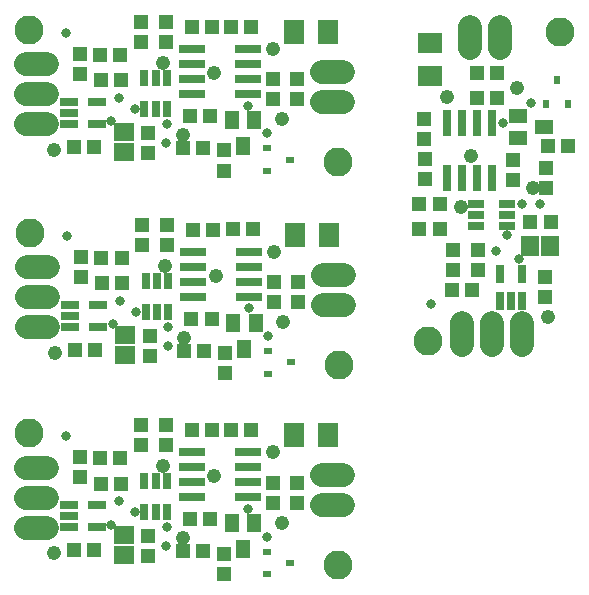
<source format=gts>
G75*
G70*
%OFA0B0*%
%FSLAX24Y24*%
%IPPOS*%
%LPD*%
%AMOC8*
5,1,8,0,0,1.08239X$1,22.5*
%
%ADD10C,0.0970*%
%ADD11R,0.0600X0.0300*%
%ADD12C,0.0789*%
%ADD13R,0.0671X0.0592*%
%ADD14R,0.0710X0.0790*%
%ADD15R,0.0285X0.0220*%
%ADD16R,0.0285X0.0225*%
%ADD17R,0.0300X0.0580*%
%ADD18R,0.0474X0.0513*%
%ADD19R,0.0513X0.0474*%
%ADD20C,0.0330*%
%ADD21R,0.0474X0.0631*%
%ADD22R,0.0860X0.0300*%
%ADD23R,0.0300X0.0600*%
%ADD24R,0.0592X0.0671*%
%ADD25R,0.0790X0.0710*%
%ADD26R,0.0220X0.0285*%
%ADD27R,0.0225X0.0285*%
%ADD28R,0.0580X0.0300*%
%ADD29R,0.0631X0.0474*%
%ADD30R,0.0300X0.0860*%
%ADD31C,0.0476*%
D10*
X009050Y014448D03*
X009090Y021128D03*
X009050Y027888D03*
X019360Y023488D03*
X022340Y017508D03*
X019400Y016728D03*
X019360Y010048D03*
X026740Y027818D03*
D11*
X011310Y025488D03*
X011310Y024748D03*
X010390Y024748D03*
X010390Y025118D03*
X010390Y025488D03*
X010430Y018728D03*
X010430Y018358D03*
X010430Y017988D03*
X011350Y017988D03*
X011350Y018728D03*
X011310Y012048D03*
X011310Y011308D03*
X010390Y011308D03*
X010390Y011678D03*
X010390Y012048D03*
D12*
X009654Y012298D02*
X008946Y012298D01*
X008946Y013298D02*
X009654Y013298D01*
X009654Y011298D02*
X008946Y011298D01*
X008986Y017978D02*
X009694Y017978D01*
X009694Y018978D02*
X008986Y018978D01*
X008986Y019978D02*
X009694Y019978D01*
X009654Y024738D02*
X008946Y024738D01*
X008946Y025738D02*
X009654Y025738D01*
X009654Y026738D02*
X008946Y026738D01*
X018816Y026488D02*
X019524Y026488D01*
X019524Y025488D02*
X018816Y025488D01*
X023740Y027274D02*
X023740Y027983D01*
X024740Y027983D02*
X024740Y027274D01*
X019564Y019728D02*
X018856Y019728D01*
X018856Y018728D02*
X019564Y018728D01*
X023490Y018113D02*
X023490Y017404D01*
X024490Y017404D02*
X024490Y018113D01*
X025490Y018113D02*
X025490Y017404D01*
X019524Y013048D02*
X018816Y013048D01*
X018816Y012048D02*
X019524Y012048D01*
D13*
X012220Y011043D03*
X012220Y010374D03*
X012260Y017054D03*
X012260Y017723D03*
X012220Y023814D03*
X012220Y024483D03*
D14*
X017890Y027818D03*
X019010Y027818D03*
X019050Y021058D03*
X017930Y021058D03*
X017890Y014378D03*
X019010Y014378D03*
D15*
X017790Y016808D03*
X017750Y010128D03*
X017750Y023568D03*
D16*
X016975Y023197D03*
X016975Y023940D03*
X017015Y017180D03*
X017015Y016437D03*
X016975Y010500D03*
X016975Y009757D03*
D17*
X013640Y011818D03*
X013270Y011818D03*
X012900Y011818D03*
X012900Y012838D03*
X013270Y012838D03*
X013640Y012838D03*
X013680Y018498D03*
X013310Y018498D03*
X012940Y018498D03*
X012940Y019518D03*
X013310Y019518D03*
X013680Y019518D03*
X013640Y025258D03*
X013270Y025258D03*
X012900Y025258D03*
X012900Y026278D03*
X013270Y026278D03*
X013640Y026278D03*
D18*
X012790Y027494D03*
X012790Y028163D03*
X012095Y027048D03*
X012105Y026208D03*
X011435Y026208D03*
X011425Y027048D03*
X013030Y024463D03*
X013030Y023794D03*
X014175Y023958D03*
X014845Y023958D03*
X015835Y021238D03*
X016505Y021238D03*
X012830Y021403D03*
X012830Y020734D03*
X012135Y020288D03*
X011465Y020288D03*
X011475Y019448D03*
X012145Y019448D03*
X013070Y017703D03*
X013070Y017034D03*
X014215Y017198D03*
X014885Y017198D03*
X012790Y014723D03*
X012790Y014054D03*
X012095Y013608D03*
X011425Y013608D03*
X011435Y012768D03*
X012105Y012768D03*
X013030Y011023D03*
X013030Y010354D03*
X014175Y010518D03*
X014845Y010518D03*
X015795Y014558D03*
X016465Y014558D03*
X023135Y019218D03*
X023805Y019218D03*
X026250Y018994D03*
X026250Y019663D03*
X025200Y022884D03*
X025200Y023553D03*
X026355Y024018D03*
X027025Y024018D03*
X024655Y025628D03*
X023985Y025628D03*
X023985Y026448D03*
X024655Y026448D03*
X022240Y023603D03*
X022240Y022934D03*
X022065Y022078D03*
X022735Y022078D03*
X016465Y027998D03*
X015795Y027998D03*
D19*
X015145Y027988D03*
X014475Y027988D03*
X013620Y028163D03*
X013620Y027494D03*
X014425Y025028D03*
X015095Y025028D03*
X015560Y023873D03*
X015560Y023204D03*
X015185Y021228D03*
X014515Y021228D03*
X013660Y021403D03*
X013660Y020734D03*
X014465Y018268D03*
X015135Y018268D03*
X015600Y017113D03*
X015600Y016444D03*
X015145Y014548D03*
X014475Y014548D03*
X013620Y014723D03*
X013620Y014054D03*
X014425Y011588D03*
X015095Y011588D03*
X015560Y010433D03*
X015560Y009764D03*
X017170Y012134D03*
X017170Y012803D03*
X017990Y012803D03*
X017990Y012134D03*
X011205Y010538D03*
X010535Y010538D03*
X010760Y012984D03*
X010760Y013653D03*
X010575Y017218D03*
X011245Y017218D03*
X010800Y019664D03*
X010800Y020333D03*
X010535Y023978D03*
X011205Y023978D03*
X010760Y026424D03*
X010760Y027093D03*
X017170Y026243D03*
X017170Y025574D03*
X017990Y025574D03*
X017990Y026243D03*
X022230Y024923D03*
X022230Y024254D03*
X022065Y021248D03*
X022735Y021248D03*
X023180Y020553D03*
X023180Y019884D03*
X024020Y019894D03*
X024020Y020563D03*
X025765Y021488D03*
X026435Y021488D03*
X026270Y022634D03*
X026270Y023303D03*
X018030Y019483D03*
X018030Y018814D03*
X017210Y018814D03*
X017210Y019483D03*
D20*
X016380Y018608D03*
X017020Y017678D03*
X013680Y017998D03*
X013670Y017368D03*
X012620Y018498D03*
X012100Y018858D03*
X011840Y018078D03*
X010320Y021018D03*
X013630Y024128D03*
X013640Y024758D03*
X012580Y025258D03*
X012060Y025618D03*
X011800Y024838D03*
X010280Y027778D03*
X016340Y025368D03*
X016980Y024438D03*
X022450Y018738D03*
X024610Y020518D03*
X024970Y021038D03*
X025390Y020258D03*
X025470Y022098D03*
X026100Y022088D03*
X024860Y024798D03*
X025790Y025438D03*
X016340Y011928D03*
X016980Y010998D03*
X013640Y011318D03*
X013630Y010688D03*
X012580Y011818D03*
X012060Y012178D03*
X011800Y011398D03*
X010280Y014338D03*
D21*
X015816Y011451D03*
X016564Y011451D03*
X016190Y010585D03*
X016230Y017265D03*
X015856Y018131D03*
X016604Y018131D03*
X016190Y024025D03*
X015816Y024891D03*
X016564Y024891D03*
D22*
X016340Y025748D03*
X016340Y026248D03*
X016340Y026748D03*
X016340Y027248D03*
X014480Y027248D03*
X014480Y026748D03*
X014480Y026248D03*
X014480Y025748D03*
X014520Y020488D03*
X014520Y019988D03*
X014520Y019488D03*
X014520Y018988D03*
X016380Y018988D03*
X016380Y019488D03*
X016380Y019988D03*
X016380Y020488D03*
X016340Y013808D03*
X016340Y013308D03*
X016340Y012808D03*
X016340Y012308D03*
X014480Y012308D03*
X014480Y012808D03*
X014480Y013308D03*
X014480Y013808D03*
D23*
X024740Y018848D03*
X025110Y018848D03*
X025480Y018848D03*
X025480Y019768D03*
X024740Y019768D03*
D24*
X025745Y020678D03*
X026415Y020678D03*
D25*
X022410Y026348D03*
X022410Y027468D03*
D26*
X026660Y026208D03*
D27*
X026289Y025433D03*
X027031Y025433D03*
D28*
X024970Y022098D03*
X024970Y021728D03*
X024970Y021358D03*
X023950Y021358D03*
X023950Y021728D03*
X023950Y022098D03*
D29*
X025337Y024274D03*
X025337Y025022D03*
X026203Y024648D03*
D30*
X024480Y024798D03*
X023980Y024798D03*
X023480Y024798D03*
X022980Y024798D03*
X022980Y022938D03*
X023480Y022938D03*
X023980Y022938D03*
X024480Y022938D03*
D31*
X009870Y010448D03*
X013530Y013348D03*
X015230Y013018D03*
X017190Y013808D03*
X017490Y011468D03*
X014170Y010948D03*
X009910Y017128D03*
X013570Y020028D03*
X015270Y019698D03*
X017230Y020488D03*
X017530Y018148D03*
X014210Y017628D03*
X009870Y023888D03*
X013530Y026788D03*
X015230Y026458D03*
X017190Y027248D03*
X017490Y024908D03*
X014170Y024388D03*
X022980Y025648D03*
X023770Y023688D03*
X023440Y021988D03*
X025840Y022628D03*
X025320Y025948D03*
X026340Y018328D03*
M02*

</source>
